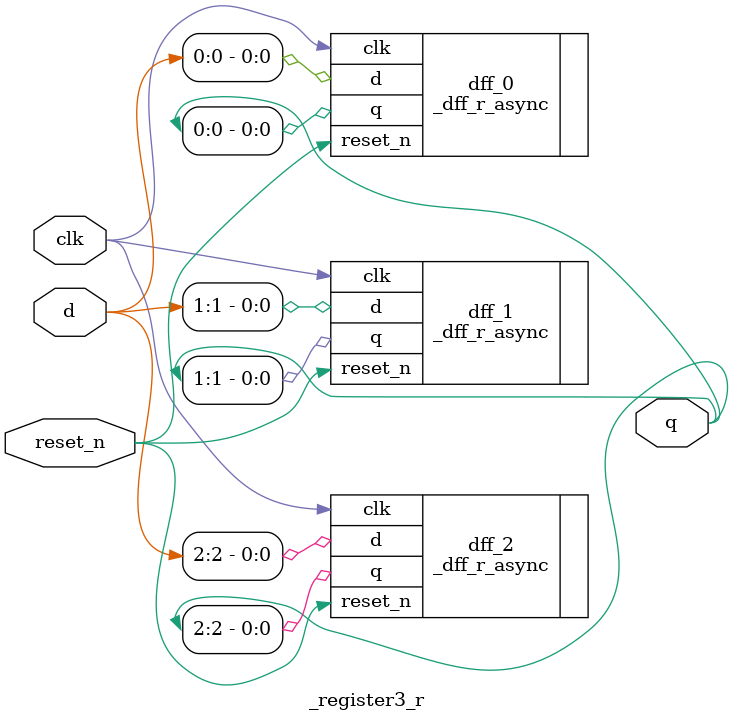
<source format=v>
module _register3_r(clk, reset_n, d, q);

	input clk;
	input reset_n;
	input [2:0]d;
	output [2:0]q; //set input and output
	
	_dff_r_async dff_0(.clk(clk), .reset_n(reset_n), .d(d[0]), .q(q[0]));
	_dff_r_async dff_1(.clk(clk), .reset_n(reset_n), .d(d[1]), .q(q[1]));
	_dff_r_async dff_2(.clk(clk), .reset_n(reset_n), .d(d[2]), .q(q[2])); //connect 3 ff

endmodule

</source>
